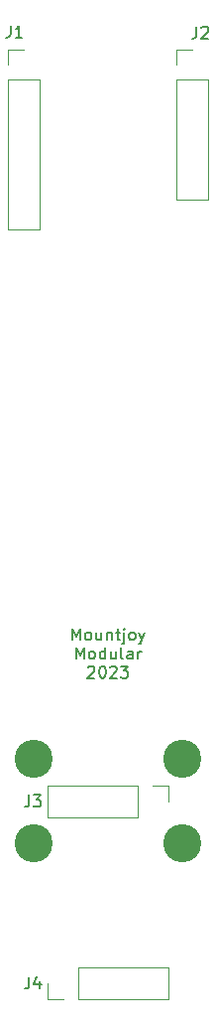
<source format=gbr>
%TF.GenerationSoftware,KiCad,Pcbnew,(6.0.11)*%
%TF.CreationDate,2023-03-11T14:37:33+00:00*%
%TF.ProjectId,QuadEnv_Controls,51756164-456e-4765-9f43-6f6e74726f6c,rev?*%
%TF.SameCoordinates,Original*%
%TF.FileFunction,Legend,Top*%
%TF.FilePolarity,Positive*%
%FSLAX46Y46*%
G04 Gerber Fmt 4.6, Leading zero omitted, Abs format (unit mm)*
G04 Created by KiCad (PCBNEW (6.0.11)) date 2023-03-11 14:37:33*
%MOMM*%
%LPD*%
G01*
G04 APERTURE LIST*
%ADD10C,0.150000*%
%ADD11C,0.120000*%
%ADD12C,3.250000*%
G04 APERTURE END LIST*
D10*
X56352380Y-123442380D02*
X56352380Y-122442380D01*
X56685714Y-123156666D01*
X57019047Y-122442380D01*
X57019047Y-123442380D01*
X57638095Y-123442380D02*
X57542857Y-123394761D01*
X57495238Y-123347142D01*
X57447619Y-123251904D01*
X57447619Y-122966190D01*
X57495238Y-122870952D01*
X57542857Y-122823333D01*
X57638095Y-122775714D01*
X57780952Y-122775714D01*
X57876190Y-122823333D01*
X57923809Y-122870952D01*
X57971428Y-122966190D01*
X57971428Y-123251904D01*
X57923809Y-123347142D01*
X57876190Y-123394761D01*
X57780952Y-123442380D01*
X57638095Y-123442380D01*
X58828571Y-122775714D02*
X58828571Y-123442380D01*
X58400000Y-122775714D02*
X58400000Y-123299523D01*
X58447619Y-123394761D01*
X58542857Y-123442380D01*
X58685714Y-123442380D01*
X58780952Y-123394761D01*
X58828571Y-123347142D01*
X59304761Y-122775714D02*
X59304761Y-123442380D01*
X59304761Y-122870952D02*
X59352380Y-122823333D01*
X59447619Y-122775714D01*
X59590476Y-122775714D01*
X59685714Y-122823333D01*
X59733333Y-122918571D01*
X59733333Y-123442380D01*
X60066666Y-122775714D02*
X60447619Y-122775714D01*
X60209523Y-122442380D02*
X60209523Y-123299523D01*
X60257142Y-123394761D01*
X60352380Y-123442380D01*
X60447619Y-123442380D01*
X60780952Y-122775714D02*
X60780952Y-123632857D01*
X60733333Y-123728095D01*
X60638095Y-123775714D01*
X60590476Y-123775714D01*
X60780952Y-122442380D02*
X60733333Y-122490000D01*
X60780952Y-122537619D01*
X60828571Y-122490000D01*
X60780952Y-122442380D01*
X60780952Y-122537619D01*
X61400000Y-123442380D02*
X61304761Y-123394761D01*
X61257142Y-123347142D01*
X61209523Y-123251904D01*
X61209523Y-122966190D01*
X61257142Y-122870952D01*
X61304761Y-122823333D01*
X61400000Y-122775714D01*
X61542857Y-122775714D01*
X61638095Y-122823333D01*
X61685714Y-122870952D01*
X61733333Y-122966190D01*
X61733333Y-123251904D01*
X61685714Y-123347142D01*
X61638095Y-123394761D01*
X61542857Y-123442380D01*
X61400000Y-123442380D01*
X62066666Y-122775714D02*
X62304761Y-123442380D01*
X62542857Y-122775714D02*
X62304761Y-123442380D01*
X62209523Y-123680476D01*
X62161904Y-123728095D01*
X62066666Y-123775714D01*
X56685714Y-125052380D02*
X56685714Y-124052380D01*
X57019047Y-124766666D01*
X57352380Y-124052380D01*
X57352380Y-125052380D01*
X57971428Y-125052380D02*
X57876190Y-125004761D01*
X57828571Y-124957142D01*
X57780952Y-124861904D01*
X57780952Y-124576190D01*
X57828571Y-124480952D01*
X57876190Y-124433333D01*
X57971428Y-124385714D01*
X58114285Y-124385714D01*
X58209523Y-124433333D01*
X58257142Y-124480952D01*
X58304761Y-124576190D01*
X58304761Y-124861904D01*
X58257142Y-124957142D01*
X58209523Y-125004761D01*
X58114285Y-125052380D01*
X57971428Y-125052380D01*
X59161904Y-125052380D02*
X59161904Y-124052380D01*
X59161904Y-125004761D02*
X59066666Y-125052380D01*
X58876190Y-125052380D01*
X58780952Y-125004761D01*
X58733333Y-124957142D01*
X58685714Y-124861904D01*
X58685714Y-124576190D01*
X58733333Y-124480952D01*
X58780952Y-124433333D01*
X58876190Y-124385714D01*
X59066666Y-124385714D01*
X59161904Y-124433333D01*
X60066666Y-124385714D02*
X60066666Y-125052380D01*
X59638095Y-124385714D02*
X59638095Y-124909523D01*
X59685714Y-125004761D01*
X59780952Y-125052380D01*
X59923809Y-125052380D01*
X60019047Y-125004761D01*
X60066666Y-124957142D01*
X60685714Y-125052380D02*
X60590476Y-125004761D01*
X60542857Y-124909523D01*
X60542857Y-124052380D01*
X61495238Y-125052380D02*
X61495238Y-124528571D01*
X61447619Y-124433333D01*
X61352380Y-124385714D01*
X61161904Y-124385714D01*
X61066666Y-124433333D01*
X61495238Y-125004761D02*
X61400000Y-125052380D01*
X61161904Y-125052380D01*
X61066666Y-125004761D01*
X61019047Y-124909523D01*
X61019047Y-124814285D01*
X61066666Y-124719047D01*
X61161904Y-124671428D01*
X61400000Y-124671428D01*
X61495238Y-124623809D01*
X61971428Y-125052380D02*
X61971428Y-124385714D01*
X61971428Y-124576190D02*
X62019047Y-124480952D01*
X62066666Y-124433333D01*
X62161904Y-124385714D01*
X62257142Y-124385714D01*
X57685714Y-125757619D02*
X57733333Y-125710000D01*
X57828571Y-125662380D01*
X58066666Y-125662380D01*
X58161904Y-125710000D01*
X58209523Y-125757619D01*
X58257142Y-125852857D01*
X58257142Y-125948095D01*
X58209523Y-126090952D01*
X57638095Y-126662380D01*
X58257142Y-126662380D01*
X58876190Y-125662380D02*
X58971428Y-125662380D01*
X59066666Y-125710000D01*
X59114285Y-125757619D01*
X59161904Y-125852857D01*
X59209523Y-126043333D01*
X59209523Y-126281428D01*
X59161904Y-126471904D01*
X59114285Y-126567142D01*
X59066666Y-126614761D01*
X58971428Y-126662380D01*
X58876190Y-126662380D01*
X58780952Y-126614761D01*
X58733333Y-126567142D01*
X58685714Y-126471904D01*
X58638095Y-126281428D01*
X58638095Y-126043333D01*
X58685714Y-125852857D01*
X58733333Y-125757619D01*
X58780952Y-125710000D01*
X58876190Y-125662380D01*
X59590476Y-125757619D02*
X59638095Y-125710000D01*
X59733333Y-125662380D01*
X59971428Y-125662380D01*
X60066666Y-125710000D01*
X60114285Y-125757619D01*
X60161904Y-125852857D01*
X60161904Y-125948095D01*
X60114285Y-126090952D01*
X59542857Y-126662380D01*
X60161904Y-126662380D01*
X60495238Y-125662380D02*
X61114285Y-125662380D01*
X60780952Y-126043333D01*
X60923809Y-126043333D01*
X61019047Y-126090952D01*
X61066666Y-126138571D01*
X61114285Y-126233809D01*
X61114285Y-126471904D01*
X61066666Y-126567142D01*
X61019047Y-126614761D01*
X60923809Y-126662380D01*
X60638095Y-126662380D01*
X60542857Y-126614761D01*
X60495238Y-126567142D01*
%TO.C,J1*%
X51066666Y-71052380D02*
X51066666Y-71766666D01*
X51019047Y-71909523D01*
X50923809Y-72004761D01*
X50780952Y-72052380D01*
X50685714Y-72052380D01*
X52066666Y-72052380D02*
X51495238Y-72052380D01*
X51780952Y-72052380D02*
X51780952Y-71052380D01*
X51685714Y-71195238D01*
X51590476Y-71290476D01*
X51495238Y-71338095D01*
%TO.C,J3*%
X52666666Y-136652380D02*
X52666666Y-137366666D01*
X52619047Y-137509523D01*
X52523809Y-137604761D01*
X52380952Y-137652380D01*
X52285714Y-137652380D01*
X53047619Y-136652380D02*
X53666666Y-136652380D01*
X53333333Y-137033333D01*
X53476190Y-137033333D01*
X53571428Y-137080952D01*
X53619047Y-137128571D01*
X53666666Y-137223809D01*
X53666666Y-137461904D01*
X53619047Y-137557142D01*
X53571428Y-137604761D01*
X53476190Y-137652380D01*
X53190476Y-137652380D01*
X53095238Y-137604761D01*
X53047619Y-137557142D01*
%TO.C,J4*%
X52666666Y-152152380D02*
X52666666Y-152866666D01*
X52619047Y-153009523D01*
X52523809Y-153104761D01*
X52380952Y-153152380D01*
X52285714Y-153152380D01*
X53571428Y-152485714D02*
X53571428Y-153152380D01*
X53333333Y-152104761D02*
X53095238Y-152819047D01*
X53714285Y-152819047D01*
%TO.C,J2*%
X66966666Y-71152380D02*
X66966666Y-71866666D01*
X66919047Y-72009523D01*
X66823809Y-72104761D01*
X66680952Y-72152380D01*
X66585714Y-72152380D01*
X67395238Y-71247619D02*
X67442857Y-71200000D01*
X67538095Y-71152380D01*
X67776190Y-71152380D01*
X67871428Y-71200000D01*
X67919047Y-71247619D01*
X67966666Y-71342857D01*
X67966666Y-71438095D01*
X67919047Y-71580952D01*
X67347619Y-72152380D01*
X67966666Y-72152380D01*
D11*
%TO.C,J1*%
X50870000Y-75670000D02*
X50870000Y-88430000D01*
X50870000Y-74400000D02*
X50870000Y-73070000D01*
X50870000Y-88430000D02*
X53530000Y-88430000D01*
X50870000Y-73070000D02*
X52200000Y-73070000D01*
X53530000Y-75670000D02*
X53530000Y-88430000D01*
X50870000Y-75670000D02*
X53530000Y-75670000D01*
%TO.C,J3*%
X61930000Y-135870000D02*
X61930000Y-138530000D01*
X64530000Y-135870000D02*
X64530000Y-137200000D01*
X54250000Y-135870000D02*
X54250000Y-138530000D01*
X63200000Y-135870000D02*
X64530000Y-135870000D01*
X61930000Y-138530000D02*
X54250000Y-138530000D01*
X61930000Y-135870000D02*
X54250000Y-135870000D01*
%TO.C,J4*%
X56870000Y-151370000D02*
X64550000Y-151370000D01*
X54270000Y-154030000D02*
X54270000Y-152700000D01*
X56870000Y-154030000D02*
X64550000Y-154030000D01*
X55600000Y-154030000D02*
X54270000Y-154030000D01*
X64550000Y-154030000D02*
X64550000Y-151370000D01*
X56870000Y-154030000D02*
X56870000Y-151370000D01*
%TO.C,J2*%
X65270000Y-75670000D02*
X67930000Y-75670000D01*
X65270000Y-85890000D02*
X67930000Y-85890000D01*
X65270000Y-73070000D02*
X66600000Y-73070000D01*
X65270000Y-75670000D02*
X65270000Y-85890000D01*
X67930000Y-75670000D02*
X67930000Y-85890000D01*
X65270000Y-74400000D02*
X65270000Y-73070000D01*
%TD*%
D12*
%TO.C,J6*%
X53050000Y-140800000D03*
X65750000Y-140800000D03*
%TD*%
%TO.C,J5*%
X65750000Y-133600000D03*
X53050000Y-133600000D03*
%TD*%
M02*

</source>
